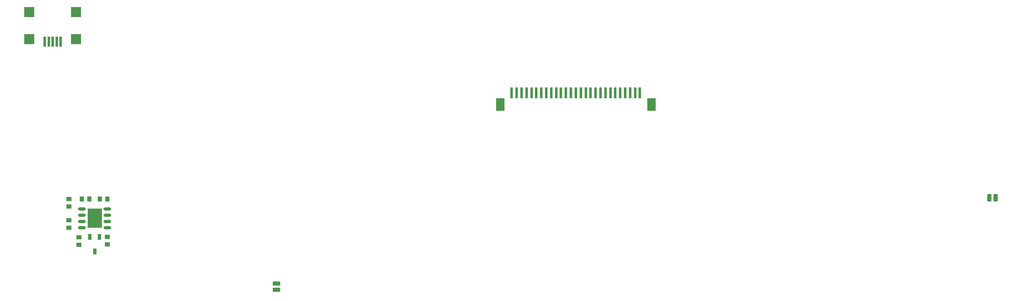
<source format=gbp>
G04 Layer_Color=128*
%FSLAX25Y25*%
%MOIN*%
G70*
G01*
G75*
G04:AMPARAMS|DCode=11|XSize=31.5mil|YSize=62.99mil|CornerRadius=7.87mil|HoleSize=0mil|Usage=FLASHONLY|Rotation=0.000|XOffset=0mil|YOffset=0mil|HoleType=Round|Shape=RoundedRectangle|*
%AMROUNDEDRECTD11*
21,1,0.03150,0.04724,0,0,0.0*
21,1,0.01575,0.06299,0,0,0.0*
1,1,0.01575,0.00787,-0.02362*
1,1,0.01575,-0.00787,-0.02362*
1,1,0.01575,-0.00787,0.02362*
1,1,0.01575,0.00787,0.02362*
%
%ADD11ROUNDEDRECTD11*%
G04:AMPARAMS|DCode=12|XSize=31.5mil|YSize=62.99mil|CornerRadius=7.87mil|HoleSize=0mil|Usage=FLASHONLY|Rotation=90.000|XOffset=0mil|YOffset=0mil|HoleType=Round|Shape=RoundedRectangle|*
%AMROUNDEDRECTD12*
21,1,0.03150,0.04724,0,0,90.0*
21,1,0.01575,0.06299,0,0,90.0*
1,1,0.01575,0.02362,0.00787*
1,1,0.01575,0.02362,-0.00787*
1,1,0.01575,-0.02362,-0.00787*
1,1,0.01575,-0.02362,0.00787*
%
%ADD12ROUNDEDRECTD12*%
%ADD29R,0.07874X0.07874*%
%ADD30R,0.07874X0.08000*%
%ADD31R,0.02047X0.07874*%
%ADD32R,0.03858X0.03661*%
%ADD33R,0.02559X0.04528*%
%ADD34R,0.03661X0.03858*%
%ADD35O,0.06299X0.02362*%
%ADD36R,0.11417X0.15748*%
%ADD37R,0.07087X0.10236*%
%ADD38R,0.02362X0.08661*%
D11*
X826700Y293700D02*
D03*
X821779D02*
D03*
D12*
X252600Y220079D02*
D03*
Y225000D02*
D03*
D29*
X55365Y420835D02*
D03*
Y442426D02*
D03*
D30*
X92735Y420772D02*
D03*
Y442426D02*
D03*
D31*
X77250Y418656D02*
D03*
X74050D02*
D03*
X70850D02*
D03*
X67650D02*
D03*
X80450D02*
D03*
D32*
X87100Y275863D02*
D03*
Y269800D02*
D03*
X117736Y256376D02*
D03*
Y262439D02*
D03*
X95000Y262163D02*
D03*
Y256100D02*
D03*
X87100Y286637D02*
D03*
X87100Y292700D02*
D03*
D33*
X103760Y262439D02*
D03*
X111240D02*
D03*
X107500Y250824D02*
D03*
D34*
X103327Y292700D02*
D03*
X97264Y292700D02*
D03*
X111673Y292700D02*
D03*
X117736Y292700D02*
D03*
D35*
X97264Y269800D02*
D03*
Y274800D02*
D03*
Y279800D02*
D03*
Y284800D02*
D03*
X117736Y269800D02*
D03*
Y274800D02*
D03*
Y279800D02*
D03*
Y284800D02*
D03*
D36*
X107500Y277300D02*
D03*
D37*
X551836Y368548D02*
D03*
X431364D02*
D03*
D38*
X440419Y377800D02*
D03*
X444356D02*
D03*
X448293D02*
D03*
X452230D02*
D03*
X456167D02*
D03*
X460104D02*
D03*
X464041D02*
D03*
X467978D02*
D03*
X471915D02*
D03*
X475852D02*
D03*
X479789D02*
D03*
X483726D02*
D03*
X487663D02*
D03*
X491600D02*
D03*
X495537D02*
D03*
X499474D02*
D03*
X503411D02*
D03*
X507348D02*
D03*
X511285D02*
D03*
X515222D02*
D03*
X519159D02*
D03*
X523096D02*
D03*
X527033D02*
D03*
X530970D02*
D03*
X534907D02*
D03*
X538844D02*
D03*
X542781D02*
D03*
M02*

</source>
